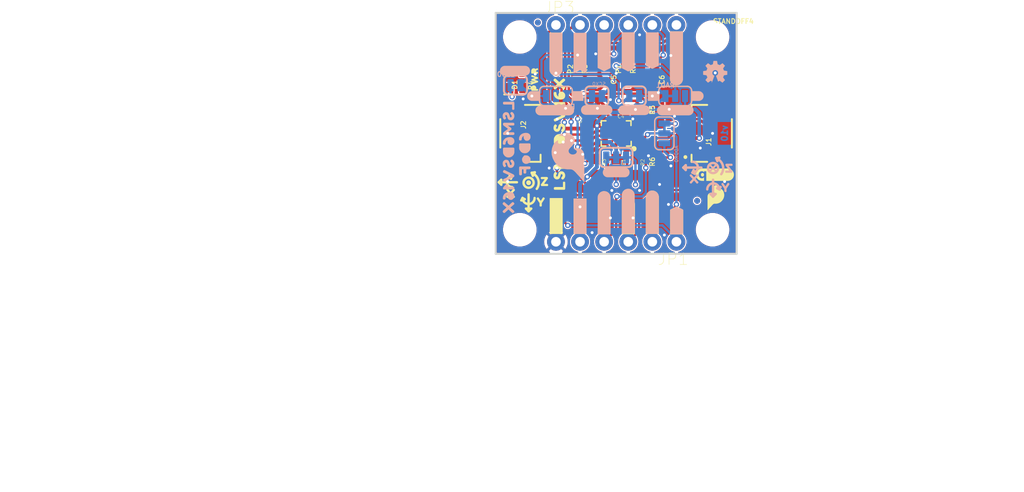
<source format=kicad_pcb>
(kicad_pcb (version 20221018) (generator pcbnew)
  (layers (0 "F.Cu" signal) (31 "B.Cu" signal) (34 "B.Paste" user) (35 "F.Paste" user) (36 "B.SilkS" user "B.Silkscreen") (37 "F.SilkS" user "F.Silkscreen") (38 "B.Mask" user) (39 "F.Mask" user) (44 "Edge.Cuts" user))
  (net 0 "")
  (net 1 "GND")
  (net 2 "SCL/SCLK")
  (net 3 "SDA/PICO")
  (net 4 "~{CS}")
  (net 5 "POCI/SA0")
  (net 6 "SDX/AH1/QVAR1_FILTER")
  (net 7 "SCX/AH2/QVAR2_FILTER")
  (net 8 "INT1")
  (net 9 "INT2")
  (net 10 "3.3V")
  (net 11 "OCS")
  (net 12 "N$5")
  (net 13 "N$6")
  (net 14 "N$2")
  (net 15 "N$3")
  (net 16 "N$1")
  (net 17 "POCI_AUX")
  (net 18 "N$7")
  (net 19 "SDX/AH1/QVAR1")
  (net 20 "SCX/AH2/QVAR2")
  (net 21 "N$8")
  (net 22 "N$4")
  (footprint "working:0603" (layer "F.Cu") (at 153.0731 103.0986 90)
    (fp_text reference "R5")
    (fp_text value "10k")
  )
  (footprint "working:FIDUCIAL-MICRO" (layer "F.Cu") (at 157.0355 112.1156)
    (fp_text reference "FID2" hide)
    (fp_text value "FIDUCIALUFIDUCIAL" hide)
  )
  (footprint "working:0603" (layer "F.Cu") (at 147.4851 98.7806 -90)
    (fp_text reference "C5")
    (fp_text value "110pF")
  )
  (footprint "working:0603" (layer "F.Cu") (at 144.4371 98.7806 90)
    (fp_text reference "P2")
    (fp_text value "110pF" hide)
  )
  (footprint "working:STAND-OFF-TIGHT" (layer "F.Cu") (at 158.6611 94.8436)
    (fp_text reference "STANDOFF4")
    (fp_text value "STAND-OFFTIGHT")
  )
  (footprint "working:JST04_1MM_RA" (layer "F.Cu") (at 140.8811 105.0036 -90)
    (fp_text reference "J2")
    (fp_text value "QWIIC_RIGHT_ANGLE")
  )
  (footprint "working:PWR8" (layer "F.Cu") (at 139.9159 99.2886 90)
    (fp_text reference "U$28" hide)
    (fp_text value "" hide)
  )
  (footprint "working:STAND-OFF-TIGHT" (layer "F.Cu") (at 138.3411 94.8436)
    (fp_text reference "STANDOFF1" hide)
    (fp_text value "STAND-OFFTIGHT" hide)
  )
  (footprint "working:0603" (layer "F.Cu") (at 149.5171 98.7806 90)
    (fp_text reference "P1")
    (fp_text value "110pF" hide)
  )
  (footprint "working:#INT2#3" (layer "F.Cu") (at 142.1511 96.4946 90)
    (fp_text reference "U$40" hide)
    (fp_text value "" hide)
  )
  (footprint "working:BLANK" (layer "F.Cu") (at 97.7011 141.8336)
    (fp_text reference "LOGO3" hide)
    (fp_text value "SFE_LOGO_NAME_FLAMEBLANK" hide)
  )
  (footprint "working:0603" (layer "F.Cu") (at 146.4691 108.5469 -90)
    (fp_text reference "R3")
    (fp_text value "10k")
  )
  (footprint "working:FIDUCIAL-MICRO" (layer "F.Cu") (at 140.2461 93.3196)
    (fp_text reference "FID1" hide)
    (fp_text value "FIDUCIALUFIDUCIAL" hide)
  )
  (footprint "working:X2114" (layer "F.Cu") (at 137.4521 111.3536)
    (fp_text reference "U$34" hide)
    (fp_text value "" hide)
  )
  (footprint "working:0603" (layer "F.Cu") (at 153.0731 108.5596 90)
    (fp_text reference "R6")
    (fp_text value "10k")
  )
  (footprint "working:#POCI#12" (layer "F.Cu") (at 152.3111 113.4872 90)
    (fp_text reference "U$18" hide)
    (fp_text value "" hide)
  )
  (footprint "working:SDX19" (layer "F.Cu") (at 152.4381 95.8596 90)
    (fp_text reference "U$11" hide)
    (fp_text value "" hide)
  )
  (footprint "working:INT16" (layer "F.Cu") (at 144.6911 95.8596 90)
    (fp_text reference "U$7" hide)
    (fp_text value "" hide)
  )
  (footprint "working:0603" (layer "F.Cu") (at 152.5651 98.7806 -90)
    (fp_text reference "C6")
    (fp_text value "110pF")
  )
  (footprint "working:0603" (layer "F.Cu") (at 148.5011 102.4636 180)
    (fp_text reference "C4")
    (fp_text value "0.1uF")
  )
  (footprint "working:1X06_NO_SILK" (layer "F.Cu") (at 142.1511 93.5736)
    (fp_text reference "JP3")
    (fp_text value "IO")
  )
  (footprint "working:SFE_LOGO_FLAME_.1" (layer "F.Cu") (at 158.9913 111.7346)
    (fp_text reference "U$29" hide)
    (fp_text value "" hide)
  )
  (footprint "working:0603" (layer "F.Cu") (at 138.7729 99.3648 -90)
    (fp_text reference "R4")
    (fp_text value "4.7k")
  )
  (footprint "working:0603" (layer "F.Cu") (at 148.5011 108.5596 -90)
    (fp_text reference "R1")
    (fp_text value "2.2k")
  )
  (footprint "working:QWIIC_4MM" (layer "F.Cu") (at 158.9151 109.3724)
    (fp_text reference "LOGO1" hide)
    (fp_text value "QWIIC_LOGO_4MM" hide)
  )
  (footprint "working:JST04_1MM_RA" (layer "F.Cu") (at 156.0957 105.0036 90)
    (fp_text reference "J1")
    (fp_text value "QWIIC_RIGHT_ANGLE")
  )
  (footprint "working:0603" (layer "F.Cu") (at 145.4531 103.0986 90)
    (fp_text reference "C3")
    (fp_text value "0.1uF")
  )
  (footprint "working:Y2115" (layer "F.Cu") (at 140.6271 112.2426)
    (fp_text reference "U$35" hide)
    (fp_text value "" hide)
  )
  (footprint "working:0603" (layer "F.Cu") (at 150.5331 108.5596 -90)
    (fp_text reference "R2")
    (fp_text value "2.2k")
  )
  (footprint "working:#GND#0" (layer "F.Cu") (at 142.1765 113.7158 90)
    (fp_text reference "U$2" hide)
    (fp_text value "" hide)
  )
  (footprint "working:Z2116" (layer "F.Cu") (at 141.0081 110.0836)
    (fp_text reference "U$36" hide)
    (fp_text value "" hide)
  )
  (footprint "working:OCS17" (layer "F.Cu") (at 147.2311 95.8596 90)
    (fp_text reference "U$9" hide)
    (fp_text value "" hide)
  )
  (footprint "working:##CS##7" (layer "F.Cu") (at 154.8765 114.3508 90)
    (fp_text reference "U$3" hide)
    (fp_text value "" hide)
  )
  (footprint "working:#3V3#1" (layer "F.Cu") (at 144.6911 113.7412 90)
    (fp_text reference "U$1" hide)
    (fp_text value "" hide)
  )
  (footprint "working:#SCL#5" (layer "F.Cu") (at 149.7965 113.8936 90)
    (fp_text reference "U$5" hide)
    (fp_text value "" hide)
  )
  (footprint "working:STAND-OFF-TIGHT" (layer "F.Cu") (at 138.3411 115.1636)
    (fp_text reference "STANDOFF2" hide)
    (fp_text value "STAND-OFFTIGHT" hide)
  )
  (footprint "working:LGA-14L" (layer "F.Cu") (at 148.5011 105.0036 180)
    (fp_text reference "U1")
    (fp_text value "LSM6DSV16X")
  )
  (footprint "working:STAND-OFF-TIGHT" (layer "F.Cu") (at 158.6611 115.1636)
    (fp_text reference "STANDOFF3" hide)
    (fp_text value "STAND-OFFTIGHT" hide)
  )
  (footprint "working:#POCIX#8" (layer "F.Cu") (at 154.8511 96.9264 90)
    (fp_text reference "U$24" hide)
    (fp_text value "" hide)
  )
  (footprint "working:#SDA#4" (layer "F.Cu") (at 147.2311 113.7412 90)
    (fp_text reference "U$4" hide)
    (fp_text value "" hide)
  )
  (footprint "working:LED-0603" (layer "F.Cu") (at 137.1727 99.314 -90)
    (fp_text reference "D1")
    (fp_text value "RED" hide)
  )
  (footprint "working:SCX18" (layer "F.Cu") (at 149.7711 95.8596 90)
    (fp_text reference "U$10" hide)
    (fp_text value "" hide)
  )
  (footprint "working:1X06_NO_SILK" (layer "F.Cu") (at 154.8511 116.4336 180)
    (fp_text reference "JP1")
    (fp_text value "IO")
  )
  (footprint "working:LSM6DSV16X37" (layer "F.Cu") (at 142.5321 105.0036 90)
    (fp_text reference "U$47" hide)
    (fp_text value "" hide)
  )
  (footprint "working:0603" (layer "F.Cu") (at 151.0411 98.7806 90)
    (fp_text reference "R7")
    (fp_text value "0")
  )
  (footprint "working:0603" (layer "F.Cu") (at 145.9611 98.7806 90)
    (fp_text reference "R8")
    (fp_text value "0")
  )
  (footprint "working:CREATIVE_COMMONS" (layer "F.Cu") (at 118.0211 140.5636)
    (fp_text reference "FRAME2" hide)
    (fp_text value "FRAME-LEDGER" hide)
  )
  (footprint "working:#0#4" (layer "B.Cu") (at 152.4381 101.0666)
    (fp_text reference "U$49" hide)
    (fp_text value "" hide)
  )
  (footprint "working:#POCI#11" (layer "B.Cu") (at 152.3111 113.4872 -90)
    (fp_text reference "U$6" hide)
    (fp_text value "" hide)
  )
  (footprint "working:LSM6DSV16X37" (layer "B.Cu") (at 137.1727 107.6198 -90)
    (fp_text reference "U$46" hide)
    (fp_text value "" hide)
  )
  (footprint "working:#1#729" (layer "B.Cu") (at 156.9593 101.0666 180)
    (fp_text reference "U$32" hide)
    (fp_text value "" hide)
  )
  (footprint "working:SMT-JUMPER_3_1-NC_TRACE_SILK" (layer "B.Cu") (at 153.5811 105.0036 90)
    (fp_text reference "ADDR0")
    (fp_text value "JUMPER-SMT_3_1-NC_TRACE_SILK")
  )
  (footprint "working:#AH2#32" (layer "B.Cu") (at 149.7711 96.2406 -90)
    (fp_text reference "U$19" hide)
    (fp_text value "" hide)
  )
  (footprint "working:#POCIX#7" (layer "B.Cu") (at 154.8511 96.9264 -90)
    (fp_text reference "U$33" hide)
    (fp_text value "" hide)
  )
  (footprint "working:#SCLK#4" (layer "B.Cu") (at 149.7711 113.3856 -90)
    (fp_text reference "U$48" hide)
    (fp_text value "" hide)
  )
  (footprint "working:#AH1#32" (layer "B.Cu") (at 152.3111 96.1136 -90)
    (fp_text reference "U$12" hide)
    (fp_text value "" hide)
  )
  (footprint "working:#GND#0" (layer "B.Cu") (at 142.1765 113.7158 -90)
    (fp_text reference "U$17" hide)
    (fp_text value "" hide)
  )
  (footprint "working:#PAD1#4" (layer "B.Cu") (at 154.7241 102.5906 180)
    (fp_text reference "U$23" hide)
    (fp_text value "" hide)
  )
  (footprint "working:#INT1#25" (layer "B.Cu") (at 144.6911 96.3676 -90)
    (fp_text reference "U$21" hide)
    (fp_text value "" hide)
  )
  (footprint "working:FIDUCIAL-MICRO" (layer "B.Cu") (at 140.2461 93.3196 180)
    (fp_text reference "FD1" hide)
    (fp_text value "FIDUCIALUFIDUCIAL" hide)
  )
  (footprint "working:#PICO#13" (layer "B.Cu") (at 147.2311 113.538 -90)
    (fp_text reference "U$26" hide)
    (fp_text value "" hide)
  )
  (footprint "working:#SDX#20" (layer "B.Cu") (at 150.3807 102.5652 180)
    (fp_text reference "U$42" hide)
    (fp_text value "" hide)
  )
  (footprint "working:#I2C#11" (layer "B.Cu") (at 148.5011 109.1184 180)
    (fp_text reference "U$25" hide)
    (fp_text value "" hide)
  )
  (footprint "working:OSHW-LOGO-MINI" (layer "B.Cu") (at 158.9405 98.62185 180)
    (fp_text reference "LOGO2" hide)
    (fp_text value "OSHW-LOGOMINI" hide)
  )
  (footprint "working:SMT-JUMPER_2_NC_TRACE_SILK" (layer "B.Cu") (at 150.4061 101.0666)
    (fp_text reference "SDX0")
    (fp_text value "JUMPER-SMT_2_NC_TRACE_SILK")
  )
  (footprint "working:Z2116" (layer "B.Cu") (at 160.3121 108.6866 180)
    (fp_text reference "U$39" hide)
    (fp_text value "" hide)
  )
  (footprint "working:SMT-JUMPER_2_NC_TRACE_SILK" (layer "B.Cu") (at 137.8839 99.9236 180)
    (fp_text reference "LED0")
    (fp_text value "JUMPER-SMT_2_NC_TRACE_SILK")
  )
  (footprint "working:SFE_LOGO_FLAME_.2" (layer "B.Cu") (at 143.4211 107.5436 180)
    (fp_text reference "U$44" hide)
    (fp_text value "" hide)
  )
  (footprint "working:#0X6B#11" (layer "B.Cu") (at 150.9903 104.1654 180)
    (fp_text reference "U$14" hide)
    (fp_text value "" hide)
  )
  (footprint "working:#1#4" (layer "B.Cu") (at 139.8651 101.0666 180)
    (fp_text reference "U$41" hide)
    (fp_text value "" hide)
  )
  (footprint "working:#OCS#32" (layer "B.Cu") (at 147.2311 96.2406 -90)
    (fp_text reference "U$20" hide)
    (fp_text value "" hide)
  )
  (footprint "working:SMT-JUMPER_3_1-NC_TRACE_SILK" (layer "B.Cu") (at 154.7241 101.0666 180)
    (fp_text reference "PAD1")
    (fp_text value "JUMPER-SMT_3_1-NC_TRACE_SILK")
  )
  (footprint "working:Y2115" (layer "B.Cu") (at 159.9311 110.7186 180)
    (fp_text reference "U$38" hide)
    (fp_text value "" hide)
  )
  (footprint "working:#INT2#2" (layer "B.Cu") (at 142.1511 96.4946 -90)
    (fp_text reference "U$8" hide)
    (fp_text value "" hide)
  )
  (footprint "working:SMT-JUMPER_3_2-NC_TRACE_SILK" (layer "B.Cu") (at 148.5011 107.5436)
    (fp_text reference "I2C_PU0")
    (fp_text value "S_MODE")
  )
  (footprint "working:X2114" (layer "B.Cu") (at 156.6291 109.8296 180)
    (fp_text reference "U$37" hide)
    (fp_text value "" hide)
  )
  (footprint "working:#SCX#19" (layer "B.Cu") (at 146.4437 102.5398 180)
    (fp_text reference "U$43" hide)
    (fp_text value "" hide)
  )
  (footprint "working:##CS##8" (layer "B.Cu") (at 154.8765 114.3508 -90)
    (fp_text reference "U$27" hide)
    (fp_text value "" hide)
  )
  (footprint "working:#0X6A#11" (layer "B.Cu") (at 150.9141 105.8418 180)
    (fp_text reference "U$13" hide)
    (fp_text value "" hide)
  )
  (footprint "working:#PAD2#4" (layer "B.Cu") (at 142.0241 102.5906 180)
    (fp_text reference "U$30" hide)
    (fp_text value "" hide)
  )
  (footprint "working:SMT-JUMPER_3_1-NC_TRACE_SILK" (layer "B.Cu") (at 142.1511 101.0666)
    (fp_text reference "PAD2")
    (fp_text value "JUMPER-SMT_3_1-NC_TRACE_SILK")
  )
  (footprint "working:#0#4" (layer "B.Cu") (at 144.4371 101.0666 180)
    (fp_text reference "U$45" hide)
    (fp_text value "" hide)
  )
  (footprint "working:#3V3#1" (layer "B.Cu") (at 144.6911 113.7412 -90)
    (fp_text reference "U$15" hide)
    (fp_text value "" hide)
  )
  (footprint "working:SMT-JUMPER_2_NC_TRACE_SILK" (layer "B.Cu") (at 146.4691 101.0666 180)
    (fp_text reference "SCX0")
    (fp_text value "JUMPER-SMT_2_NC_TRACE_SILK")
  )
  (footprint "working:#LED#4" (layer "B.Cu") (at 137.8331 98.3996 180)
    (fp_text reference "U$16" hide)
    (fp_text value "" hide)
  )
  (footprint "working:6DOF12" (layer "B.Cu") (at 138.8745 107.2642 -90)
    (fp_text reference "U$31" hide)
    (fp_text value "" hide)
  )
  (footprint "working:FIDUCIAL-MICRO" (layer "B.Cu") (at 157.0355 112.1156 180)
    (fp_text reference "FD2" hide)
    (fp_text value "FIDUCIALUFIDUCIAL" hide)
  )
  (gr_arc (start 159.1691 107.694413) (mid 159.748354 108.40611) (end 159.575501 109.307314) (stroke (width 0.254)) (layer "B.SilkS"))
  (gr_line (start 158.7119 111.669513) (end 158.7119 109.891513) (stroke (width 0.254)) (layer "B.SilkS"))
  (gr_line (start 156.537025 109.142213) (end 156.791025 109.269213) (stroke (width 0.254)) (layer "B.SilkS"))
  (gr_arc (start 158.1023 110.910688) (mid 158.7373 110.275688) (end 159.3723 110.910688) (stroke (width 0.254)) (layer "B.SilkS"))
  (gr_line (start 155.578175 108.611988) (end 155.832175 108.865988) (stroke (width 0.254)) (layer "B.SilkS"))
  (gr_line (start 159.3723 110.910688) (end 159.1437 110.783688) (stroke (width 0.254)) (layer "B.SilkS"))
  (gr_circle (center 158.715075 108.659613) (end 159.248475 108.659613) (stroke (width 0.254)) (fill none) (layer "B.SilkS"))
  (gr_line (start 159.1437 110.783688) (end 159.4993 110.656688) (stroke (width 0.254)) (layer "B.SilkS"))
  (gr_line (start 159.038925 107.615038) (end 159.3723 107.567413) (stroke (width 0.254)) (layer "B.SilkS"))
  (gr_line (start 155.578175 108.611988) (end 157.483175 108.611988) (stroke (width 0.254)) (layer "B.SilkS"))
  (gr_line (start 156.791025 109.269213) (end 156.664025 108.888213) (stroke (width 0.254)) (layer "B.SilkS"))
  (gr_line (start 159.3723 110.910688) (end 159.4993 110.656688) (stroke (width 0.254)) (layer "B.SilkS"))
  (gr_line (start 159.038925 107.615038) (end 159.165925 107.923013) (stroke (width 0.254)) (layer "B.SilkS"))
  (gr_line (start 158.9913 111.390113) (end 158.4325 111.390113) (stroke (width 0.254)) (layer "B.SilkS"))
  (gr_line (start 159.165925 107.923013) (end 159.3723 107.567413) (stroke (width 0.254)) (layer "B.SilkS"))
  (gr_line (start 155.832175 108.357988) (end 155.832175 108.865988) (stroke (width 0.254)) (layer "B.SilkS"))
  (gr_line (start 158.7119 111.669513) (end 158.9659 111.415513) (stroke (width 0.254)) (layer "B.SilkS"))
  (gr_line (start 158.7119 111.669513) (end 158.4579 111.415513) (stroke (width 0.254)) (layer "B.SilkS"))
  (gr_line (start 159.0421 108.323063) (end 158.327725 109.037438) (stroke (width 0.2032)) (layer "B.SilkS"))
  (gr_arc (start 156.537025 107.999213) (mid 157.108525 108.570713) (end 156.537025 109.142213) (stroke (width 0.254)) (layer "B.SilkS"))
  (gr_line (start 158.367412 108.323063) (end 159.081787 109.037438) (stroke (width 0.2032)) (layer "B.SilkS"))
  (gr_line (start 156.537025 109.142213) (end 156.664025 108.888213) (stroke (width 0.254)) (layer "B.SilkS"))
  (gr_line (start 155.578175 108.611988) (end 155.832175 108.357988) (stroke (width 0.254)) (layer "B.SilkS"))
  (gr_line (start 139.59205 109.159675) (end 139.71905 109.46765) (stroke (width 0.254)) (layer "F.SilkS"))
  (gr_line (start 137.5283 109.521625) (end 137.2743 109.394625) (stroke (width 0.254)) (layer "F.SilkS"))
  (gr_line (start 138.630025 111.81715) (end 138.858625 111.94415) (stroke (width 0.254)) (layer "F.SilkS"))
  (gr_line (start 138.630025 111.81715) (end 138.503025 112.07115) (stroke (width 0.254)) (layer "F.SilkS"))
  (gr_line (start 139.265025 113.21415) (end 139.265025 111.43615) (stroke (width 0.254)) (layer "F.SilkS"))
  (gr_line (start 139.71905 109.46765) (end 139.925425 109.11205) (stroke (width 0.254)) (layer "F.SilkS"))
  (gr_line (start 139.544425 112.93475) (end 138.985625 112.93475) (stroke (width 0.254)) (layer "F.SilkS"))
  (gr_arc (start 139.900025 111.81715) (mid 139.265025 112.45215) (end 138.630025 111.81715) (stroke (width 0.254)) (layer "F.SilkS"))
  (gr_line (start 136.1313 110.156625) (end 138.0363 110.156625) (stroke (width 0.254)) (layer "F.SilkS"))
  (gr_circle (center 139.2682 110.20425) (end 139.8016 110.20425) (stroke (width 0.254)) (fill none) (layer "F.SilkS"))
  (gr_line (start 137.5283 109.521625) (end 137.4013 109.775625) (stroke (width 0.254)) (layer "F.SilkS"))
  (gr_line (start 137.2743 109.394625) (end 137.4013 109.775625) (stroke (width 0.254)) (layer "F.SilkS"))
  (gr_arc (start 139.722225 109.23905) (mid 140.301479 109.950747) (end 140.128626 110.851951) (stroke (width 0.254)) (layer "F.SilkS"))
  (gr_line (start 138.858625 111.94415) (end 138.503025 112.07115) (stroke (width 0.254)) (layer "F.SilkS"))
  (gr_line (start 139.59205 109.159675) (end 139.925425 109.11205) (stroke (width 0.254)) (layer "F.SilkS"))
  (gr_line (start 139.265025 113.21415) (end 139.519025 112.96015) (stroke (width 0.254)) (layer "F.SilkS"))
  (gr_line (start 136.3853 109.902625) (end 136.3853 110.410625) (stroke (width 0.254)) (layer "F.SilkS"))
  (gr_line (start 136.1313 110.156625) (end 136.3853 109.902625) (stroke (width 0.254)) (layer "F.SilkS"))
  (gr_arc (start 137.5283 110.664625) (mid 136.9568 110.093125) (end 137.5283 109.521625) (stroke (width 0.254)) (layer "F.SilkS"))
  (gr_line (start 136.1313 110.156625) (end 136.3853 110.410625) (stroke (width 0.254)) (layer "F.SilkS"))
  (gr_circle (center 139.2682 110.20425) (end 139.3952 110.20425) (stroke (width 0.254)) (fill none) (layer "F.SilkS"))
  (gr_line (start 139.265025 113.21415) (end 139.011025 112.96015) (stroke (width 0.254)) (layer "F.SilkS"))
  (gr_line (start 161.2011 92.3036) (end 135.8011 92.3036) (stroke (width 0.2032)) (layer "Edge.Cuts"))
  (gr_line (start 161.2011 117.7036) (end 161.2011 92.3036) (stroke (width 0.2032)) (layer "Edge.Cuts"))
  (gr_line (start 135.8011 92.3036) (end 135.8011 117.7036) (stroke (width 0.2032)) (layer "Edge.Cuts"))
  (gr_line (start 135.8011 117.7036) (end 161.2011 117.7036) (stroke (width 0.2032)) (layer "Edge.Cuts"))
  (gr_text "v10" (at 159.9311 105.0036 -270) (layer "B.Cu") (effects (font (size 0.633984 0.633984) (thickness 0.178816)) (justify mirror)))
  (segment (start 148.0011 104.0036) (end 148.0011 103.4876) (width 0.254) (layer "F.Cu") (net 1))
  (segment (start 147.6511 103.1376) (end 147.6511 102.4636) (width 0.254) (layer "F.Cu") (net 1))
  (segment (start 148.5011 104.0036) (end 148.5011 102.616) (width 0.254) (layer "F.Cu") (net 1))
  (segment (start 148.5011 102.616) (end 148.3487 102.4636) (width 0.254) (layer "F.Cu") (net 1))
  (segment (start 148.3487 102.4636) (end 147.6511 102.4636) (width 0.254) (layer "F.Cu") (net 1))
  (segment (start 148.0011 103.4876) (end 147.6511 103.1376) (width 0.254) (layer "F.Cu") (net 1))
  (via (at 142.0749 107.0356) (size 0.5588) (drill 0.3048) (layers "F.Cu" "B.Cu") (net 1))
  (via (at 138.6967 101.3714) (size 0.5588) (drill 0.3048) (layers "F.Cu" "B.Cu") (net 1))
  (via (at 153.0731 110.3884) (size 0.5588) (drill 0.3048) (layers "F.Cu" "B.Cu") (net 1))
  (via (at 141.4399 108.6612) (size 0.5588) (drill 0.3048) (layers "F.Cu" "B.Cu") (net 1))
  (via (at 144.9705 107.2134) (size 0.5588) (drill 0.3048) (layers "F.Cu" "B.Cu") (net 1))
  (via (at 150.2537 103.4796) (size 0.5588) (drill 0.3048) (layers "F.Cu" "B.Cu") (net 1))
  (via (at 154.2669 108.4326) (size 0.5588) (drill 0.3048) (layers "F.Cu" "B.Cu") (net 1))
  (via (at 152.9461 100.711) (size 0.5588) (drill 0.3048) (layers "F.Cu" "B.Cu") (net 1))
  (via (at 139.9667 98.7552) (size 0.5588) (drill 0.3048) (layers "F.Cu" "B.Cu") (net 1))
  (via (at 147.8915 113.919) (size 0.5588) (drill 0.3048) (layers "F.Cu" "B.Cu") (net 1))
  (via (at 143.1671 102.362) (size 0.5588) (drill 0.3048) (layers "F.Cu" "B.Cu") (net 1))
  (via (at 154.6479 103.2002) (size 0.5588) (drill 0.3048) (layers "F.Cu" "B.Cu") (net 1))
  (via (at 158.9405 98.6282) (size 0.5588) (drill 0.3048) (layers "F.Cu" "B.Cu") (net 1))
  (via (at 142.2781 103.505) (size 0.5588) (drill 0.3048) (layers "F.Cu" "B.Cu") (net 1))
  (via (at 151.9047 107.3658) (size 0.5588) (drill 0.3048) (layers "F.Cu" "B.Cu") (net 1))
  (via (at 148.0439 111.0234) (size 0.5588) (drill 0.3048) (layers "F.Cu" "B.Cu") (net 1))
  (via (at 159.9311 110.0836) (size 0.5588) (drill 0.3048) (layers "F.Cu" "B.Cu") (net 1))
  (via (at 146.3421 96.6216) (size 0.5588) (drill 0.3048) (layers "F.Cu" "B.Cu") (net 1))
  (via (at 148.5011 98.679) (size 0.5588) (drill 0.3048) (layers "F.Cu" "B.Cu") (net 1))
  (via (at 150.9649 94.615) (size 0.5588) (drill 0.3048) (layers "F.Cu" "B.Cu") (net 1))
  (via (at 142.9131 105.918) (size 0.5588) (drill 0.3048) (layers "F.Cu" "B.Cu") (net 1))
  (via (at 154.2669 96.7994) (size 0.5588) (drill 0.3048) (layers "F.Cu" "B.Cu") (net 1))
  (via (at 137.0711 110.0836) (size 0.5588) (drill 0.3048) (layers "F.Cu" "B.Cu") (net 1))
  (via (at 158.6611 105.0036) (size 0.5588) (drill 0.3048) (layers "F.Cu" "B.Cu") (net 1))
  (via (at 153.5811 115.7224) (size 0.5588) (drill 0.3048) (layers "F.Cu" "B.Cu") (net 1))
  (via (at 145.9611 115.4684) (size 0.5588) (drill 0.3048) (layers "F.Cu" "B.Cu") (net 1))
  (via (at 137.0711 105.0036) (size 0.5588) (drill 0.3048) (layers "F.Cu" "B.Cu") (net 1))
  (via (at 157.3657 106.553) (size 0.5588) (drill 0.3048) (layers "F.Cu" "B.Cu") (net 1))
  (via (at 147.8915 101.4476) (size 0.5588) (drill 0.3048) (layers "F.Cu" "B.Cu") (net 1))
  (via (at 146.5199 102.362) (size 0.5588) (drill 0.3048) (layers "F.Cu" "B.Cu") (net 1))
  (via (at 150.9649 111.0234) (size 0.5588) (drill 0.3048) (layers "F.Cu" "B.Cu") (net 1))
  (via (at 154.0129 112.4966) (size 0.5588) (drill 0.3048) (layers "F.Cu" "B.Cu") (net 1))
  (via (at 150.2791 113.919) (size 0.5588) (drill 0.3048) (layers "F.Cu" "B.Cu") (net 1))
  (segment (start 149.6441 116.3066) (end 149.7711 116.4336) (width 0.254) (layer "F.Cu") (net 2))
  (segment (start 149.7711 116.4336) (end 150.9141 115.2906) (width 0.254) (layer "F.Cu") (net 2))
  (segment (start 143.2701 106.5036) (end 140.8811 106.5036) (width 0.254) (layer "F.Cu") (net 2))
  (segment (start 152.5651 110.9726) (end 157.0609 110.9726) (width 0.254) (layer "F.Cu") (net 2))
  (segment (start 145.5801 110.5916) (end 144.5641 109.5756) (width 0.254) (layer "F.Cu") (net 2))
  (segment (start 157.2881 103.5036) (end 157.9499 104.1654) (width 0.254) (layer "F.Cu") (net 2))
  (segment (start 144.5641 107.7976) (end 143.2701 106.5036) (width 0.254) (layer "F.Cu") (net 2))
  (segment (start 156.0957 103.5036) (end 157.2881 103.5036) (width 0.254) (layer "F.Cu") (net 2))
  (segment (start 147.8271 107.7096) (end 147.6121 107.9246) (width 0.254) (layer "F.Cu") (net 2))
  (segment (start 157.9499 110.0836) (end 157.9499 104.1654) (width 0.254) (layer "F.Cu") (net 2))
  (segment (start 147.6121 107.9246) (end 147.6121 110.3376) (width 0.254) (layer "F.Cu") (net 2))
  (segment (start 148.5011 107.7096) (end 147.8271 107.7096) (width 0.254) (layer "F.Cu") (net 2))
  (segment (start 157.0609 110.9726) (end 157.9499 110.0836) (width 0.254) (layer "F.Cu") (net 2))
  (segment (start 147.6121 110.3376) (end 147.3581 110.5916) (width 0.254) (layer "F.Cu") (net 2))
  (segment (start 150.9141 112.6236) (end 152.5651 110.9726) (width 0.254) (layer "F.Cu") (net 2))
  (segment (start 148.5011 106.0036) (end 148.5011 107.7096) (width 0.254) (layer "F.Cu") (net 2))
  (segment (start 148.5011 107.7096) (end 149.4291 107.7096) (width 0.254) (layer "F.Cu") (net 2))
  (segment (start 149.6441 107.9246) (end 149.6441 116.3066) (width 0.254) (layer "F.Cu") (net 2))
  (segment (start 147.3581 110.5916) (end 145.5801 110.5916) (width 0.254) (layer "F.Cu") (net 2))
  (segment (start 144.5641 109.5756) (end 144.5641 107.7976) (width 0.254) (layer "F.Cu") (net 2))
  (segment (start 149.4291 107.7096) (end 149.6441 107.9246) (width 0.254) (layer "F.Cu") (net 2))
  (segment (start 150.9141 115.2906) (end 150.9141 112.6236) (width 0.254) (layer "F.Cu") (net 2))
  (segment (start 153.9621 105.5116) (end 154.9701 104.5036) (width 0.254) (layer "F.Cu") (net 3))
  (segment (start 149.3901 106.7816) (end 149.0011 106.3926) (width 0.254) (layer "F.Cu") (net 3))
  (segment (start 148.5011 115.1636) (end 148.5011 111.7346) (width 0.254) (layer "F.Cu") (net 3))
  (segment (start 154.9701 104.5036) (end 156.0957 104.5036) (width 0.254) (layer "F.Cu") (net 3))
  (segment (start 151.2071 107.7096) (end 151.6253 108.1278) (width 0.254) (layer "F.Cu") (net 3))
  (segment (start 149.3901 106.7816) (end 150.5331 106.7816) (width 0.254) (layer "F.Cu") (net 3))
  (segment (start 148.5011 111.7346) (end 148.5773 111.6584) (width 0.254) (layer "F.Cu") (net 3))
  (segment (start 149.0011 106.3926) (end 149.0011 106.0036) (width 0.254) (layer "F.Cu") (net 3))
  (segment (start 150.5331 106.7816) (end 151.5491 106.7816) (width 0.254) (layer "F.Cu") (net 3))
  (segment (start 143.5481 110.7186) (end 144.3609 111.5314) (width 0.254) (layer "F.Cu") (net 3))
  (segment (start 139.6111 105.8926) (end 139.6111 107.1626) (width 0.254) (layer "F.Cu") (net 3))
  (segment (start 143.5481 108.1786) (end 143.5481 110.7186) (width 0.254) (layer "F.Cu") (net 3))
  (segment (start 147.2311 112.4966) (end 147.2311 116.4336) (width 0.254) (layer "F.Cu") (net 3))
  (segment (start 150.5331 107.7096) (end 150.5331 106.7816) (width 0.254) (layer "F.Cu") (net 3))
  (segment (start 140.0683 107.6198) (end 142.9893 107.6198) (width 0.254) (layer "F.Cu") (net 3))
  (segment (start 142.9893 107.6198) (end 143.5481 108.1786) (width 0.254) (layer "F.Cu") (net 3))
  (segment (start 147.2311 116.4336) (end 148.5011 115.1636) (width 0.254) (layer "F.Cu") (net 3))
  (segment (start 140.0001 105.5036) (end 139.6111 105.8926) (width 0.254) (layer "F.Cu") (net 3))
  (segment (start 151.6253 108.6382) (end 151.6253 108.1278) (width 0.254) (layer "F.Cu") (net 3))
  (segment (start 150.5331 107.7096) (end 151.2071 107.7096) (width 0.254) (layer "F.Cu") (net 3))
  (segment (start 146.2659 111.5314) (end 147.2311 112.4966) (width 0.254) (layer "F.Cu") (net 3))
  (segment (start 140.8811 105.5036) (end 140.0001 105.5036) (width 0.254) (layer "F.Cu") (net 3))
  (segment (start 151.5491 106.7816) (end 152.8191 105.5116) (width 0.254) (layer "F.Cu") (net 3))
  (segment (start 152.8191 105.5116) (end 153.9621 105.5116) (width 0.254) (layer "F.Cu") (net 3))
  (segment (start 139.6111 107.1626) (end 140.0683 107.6198) (width 0.254) (layer "F.Cu") (net 3))
  (segment (start 144.3609 111.5314) (end 146.2659 111.5314) (width 0.254) (layer "F.Cu") (net 3))
  (via (at 148.5773 111.6584) (size 0.5588) (drill 0.3048) (layers "F.Cu" "B.Cu") (net 3))
  (via (at 151.6253 108.6382) (size 0.5588) (drill 0.3048) (layers "F.Cu" "B.Cu") (net 3))
  (segment (start 151.2467 111.6584) (end 151.6253 111.2798) (width 0.254) (layer "B.Cu") (net 3))
  (segment (start 151.6253 111.2798) (end 151.6253 108.6382) (width 0.254) (layer "B.Cu") (net 3))
  (segment (start 148.5773 111.6584) (end 151.2467 111.6584) (width 0.254) (layer "B.Cu") (net 3))
  (segment (start 146.4691 107.6969) (end 146.4691 107.0356) (width 0.254) (layer "F.Cu") (net 4))
  (segment (start 146.4691 107.0356) (end 146.8501 106.6546) (width 0.254) (layer "F.Cu") (net 4))
  (segment (start 147.8661 106.6546) (end 148.0011 106.5196) (width 0.254) (layer "F.Cu") (net 4))
  (segment (start 148.0011 106.5196) (end 148.0011 106.0036) (width 0.254) (layer "F.Cu") (net 4))
  (segment (start 145.6808 107.6969) (end 145.1991 108.1786) (width 0.254) (layer "F.Cu") (net 4))
  (segment (start 142.2527 108.6612) (end 142.2527 113.5634) (width 0.254) (layer "F.Cu") (net 4))
  (segment (start 146.4691 107.6969) (end 145.6808 107.6969) (width 0.254) (layer "F.Cu") (net 4))
  (segment (start 146.8501 106.6546) (end 147.8661 106.6546) (width 0.254) (layer "F.Cu") (net 4))
  (segment (start 143.3957 114.7064) (end 142.2527 113.5634) (width 0.254) (layer "F.Cu") (net 4))
  (via (at 143.3957 114.7064) (size 0.5588) (drill 0.3048) (layers "F.Cu" "B.Cu") (net 4))
  (via (at 145.1991 108.1786) (size 0.5588) (drill 0.3048) (layers "F.Cu" "B.Cu") (net 4))
  (via (at 142.2527 108.6612) (size 0.5588) (drill 0.3048) (layers "F.Cu" "B.Cu") (net 4))
  (segment (start 145.1991 108.1786) (end 142.7353 108.1786) (width 0.254) (layer "B.Cu") (net 4))
  (segment (start 154.8511 116.1796) (end 154.8511 116.4336) (width 0.254) (layer "B.Cu") (net 4))
  (segment (start 143.3957 114.7064) (end 153.3779 114.7064) (width 0.254) (layer "B.Cu") (net 4))
  (segment (start 153.3779 114.7064) (end 154.8511 116.1796) (width 0.254) (layer "B.Cu") (net 4))
  (segment (start 142.2527 108.6612) (end 142.7353 108.1786) (width 0.254) (layer "B.Cu") (net 4))
  (segment (start 152.3111 113.8936) (end 153.0731 113.1316) (width 0.254) (layer "F.Cu") (net 5))
  (segment (start 154.3431 113.1316) (end 154.8511 112.6236) (width 0.254) (layer "F.Cu") (net 5))
  (segment (start 153.0731 113.1316) (end 154.3431 113.1316) (width 0.254) (layer "F.Cu") (net 5))
  (segment (start 152.3111 116.4336) (end 152.3111 113.8936) (width 0.254) (layer "F.Cu") (net 5))
  (segment (start 149.6636 105.7536) (end 151.185737 105.7536) (width 0.254) (layer "F.Cu") (net 5))
  (segment (start 151.185737 105.7536) (end 151.805918 105.133419) (width 0.254) (layer "F.Cu") (net 5))
  (segment (start 154.8511 112.6236) (end 154.8511 112.4966) (width 0.254) (layer "F.Cu") (net 5))
  (via (at 154.8511 112.4966) (size 0.5588) (drill 0.3048) (layers "F.Cu" "B.Cu") (net 5))
  (via (at 151.805918 105.133419) (size 0.5588) (drill 0.3048) (layers "F.Cu" "B.Cu") (net 5))
  (segment (start 154.4701 105.0036) (end 154.8487 105.3822) (width 0.254) (layer "B.Cu") (net 5))
  (segment (start 154.8487 112.4942) (end 154.8511 112.4966) (width 0.254) (layer "B.Cu") (net 5))
  (segment (start 151.935737 105.0036) (end 153.5811 105.0036) (width 0.254) (layer "B.Cu") (net 5))
  (segment (start 151.805918 105.133419) (end 151.935737 105.0036) (width 0.254) (layer "B.Cu") (net 5))
  (segment (start 154.8487 105.3822) (end 154.8487 112.4942) (width 0.254) (layer "B.Cu") (net 5))
  (segment (start 153.5811 105.0036) (end 154.4701 105.0036) (width 0.254) (layer "B.Cu") (net 5))
  (segment (start 152.3111 101.0666) (end 152.3111 100.8126) (width 0.254) (layer "F.Cu") (net 6))
  (segment (start 152.3111 103.7336) (end 152.3111 101.0666) (width 0.254) (layer "F.Cu") (net 6))
  (segment (start 149.6636 105.2536) (end 150.7911 105.2536) (width 0.254) (layer "F.Cu") (net 6))
  (segment (start 152.3111 100.8126) (end 151.1291 99.6306) (width 0.254) (layer "F.Cu") (net 6))
  (segment (start 151.0411 99.6306) (end 149.5171 99.6306) (width 0.254) (layer "F.Cu") (net 6))
  (segment (start 150.7911 105.2536) (end 152.3111 103.7336) (width 0.254) (layer "F.Cu") (net 6))
  (segment (start 151.1291 99.6306) (end 151.0411 99.6306) (width 0.254) (layer "F.Cu") (net 6))
  (via (at 152.3111 101.0666) (size 0.5588) (drill 0.3048) (layers "F.Cu" "B.Cu") (net 6))
  (segment (start 152.3111 101.0666) (end 150.9268 101.0666) (width 0.254) (layer "B.Cu") (net 6))
  (segment (start 145.0721 100.8126) (end 144.8181 100.8126) (width 0.254) (layer "F.Cu") (net 7))
  (segment (start 144.4371 99.6306) (end 145.9611 99.6306) (width 0.254) (layer "F.Cu") (net 7))
  (segment (start 151.8031 101.8286) (end 150.7871 100.8126) (width 0.254) (layer "F.Cu") (net 7))
  (segment (start 144.4371 100.4316) (end 144.4371 99.6306) (width 0.254) (layer "F.Cu") (net 7))
  (segment (start 149.6636 104.7536) (end 150.631762 104.7536) (width 0.254) (layer "F.Cu") (net 7))
  (segment (start 151.8031 103.582263) (end 151.8031 101.8286) (width 0.254) (layer "F.Cu") (net 7))
  (segment (start 150.631762 104.7536) (end 151.8031 103.582263) (width 0.254) (layer "F.Cu") (net 7))
  (segment (start 150.7871 100.8126) (end 145.0721 100.8126) (width 0.254) (layer "F.Cu") (net 7))
  (segment (start 144.8181 100.8126) (end 144.4371 100.4316) (width 0.254) (layer "F.Cu") (net 7))
  (via (at 145.0721 100.8126) (size 0.5588) (drill 0.3048) (layers "F.Cu" "B.Cu") (net 7))
  (segment (start 145.9484 101.0666) (end 145.3261 101.0666) (width 0.254) (layer "B.Cu") (net 7))
  (segment (start 145.0721 100.8126) (end 145.3261 101.0666) (width 0.254) (layer "B.Cu") (net 7))
  (segment (start 149.6636 104.2536) (end 150.5211 104.2536) (width 0.254) (layer "F.Cu") (net 8))
  (segment (start 142.0241 95.6056) (end 144.0561 93.5736) (width 0.254) (layer "F.Cu") (net 8))
  (segment (start 142.1511 98.6536) (end 142.0241 98.5266) (width 0.254) (layer "F.Cu") (net 8))
  (segment (start 151.0891 102.1306) (end 150.5331 101.5746) (width 0.254) (layer "F.Cu") (net 8))
  (segment (start 148.7551 101.5746) (end 148.7711 101.5586) (width 0.254) (layer "F.Cu") (net 8))
  (segment (start 144.0561 93.5736) (end 144.6911 93.5736) (width 0.254) (layer "F.Cu") (net 8))
  (segment (start 150.5331 101.5746) (end 148.7551 101.5746) (width 0.254) (layer "F.Cu") (net 8))
  (segment (start 142.0241 98.5266) (end 142.0241 95.6056) (width 0.254) (layer "F.Cu") (net 8))
  (segment (start 151.0891 103.6856) (end 151.0891 102.1306) (width 0.254) (layer "F.Cu") (net 8))
  (segment (start 150.5211 104.2536) (end 151.0891 103.6856) (width 0.254) (layer "F.Cu") (net 8))
  (via (at 148.7711 101.5586) (size 0.5588) (drill 0.3048) (layers "F.Cu" "B.Cu") (net 8))
  (via (at 142.1511 98.6536) (size 0.5588) (drill 0.3048) (layers "F.Cu" "B.Cu") (net 8))
  (segment (start 148.7551 99.7966) (end 147.7391 98.7806) (width 0.254) (layer "B.Cu") (net 8))
  (segment (start 148.7551 101.5426) (end 148.7551 99.7966) (width 0.254) (layer "B.Cu") (net 8))
  (segment (start 147.7391 98.7806) (end 142.2781 98.7806) (width 0.254) (layer "B.Cu") (net 8))
  (segment (start 148.7711 101.5586) (end 148.7551 101.5426) (width 0.254) (layer "B.Cu") (net 8))
  (segment (start 142.2781 98.7806) (end 142.1511 98.6536) (width 0.254) (layer "B.Cu") (net 8))
  (segment (start 141.3891 94.3356) (end 142.1511 93.5736) (width 0.254) (layer "F.Cu") (net 9))
  (segment (start 143.0401 103.8456) (end 143.0401 103.2256) (width 0.254) (layer "F.Cu") (net 9))
  (segment (start 145.9611 105.1306) (end 143.0401 105.1306) (width 0.254) (layer "F.Cu") (net 9))
  (segment (start 146.3381 104.7536) (end 145.9611 105.1306) (width 0.254) (layer "F.Cu") (net 9))
  (segment (start 141.3891 94.3356) (end 141.3891 101.5746) (width 0.254) (layer "F.Cu") (net 9))
  (segment (start 143.0401 103.2256) (end 141.3891 101.5746) (width 0.254) (layer "F.Cu") (net 9))
  (segment (start 147.3386 104.7536) (end 146.3381 104.7536) (width 0.254) (layer "F.Cu") (net 9))
  (via (at 143.0401 103.8456) (size 0.5588) (drill 0.3048) (layers "F.Cu" "B.Cu") (net 9))
  (via (at 143.0401 105.1306) (size 0.5588) (drill 0.3048) (layers "F.Cu" "B.Cu") (net 9))
  (segment (start 143.0401 105.1306) (end 143.0401 103.8456) (width 0.254) (layer "B.Cu") (net 9))
  (segment (start 144.6911 112.753419) (end 144.688281 112.753419) (width 0.4064) (layer "F.Cu") (net 10))
  (segment (start 150.5077 102.4636) (end 150.5331 102.489) (width 0.254) (layer "F.Cu") (net 10))
  (segment (start 146.4691 109.3969) (end 145.6318 109.3969) (width 0.4064) (layer "F.Cu") (net 10))
  (segment (start 140.8811 104.5036) (end 140.0001 104.5036) (width 0.4064) (layer "F.Cu") (net 10))
  (segment (start 153.2881 102.4636) (end 153.0731 102.2486) (width 0.4064) (layer "F.Cu") (net 10))
  (segment (start 139.6111 104.1146) (end 139.6111 101.066604) (width 0.4064) (layer "F.Cu") (net 10))
  (segment (start 144.6911 116.4336) (end 144.6911 112.753419) (width 0.4064) (layer "F.Cu") (net 10))
  (segment (start 145.3731 103.9486) (end 145.4531 103.9486) (width 0.4064) (layer "F.Cu") (net 10))
  (segment (start 140.8811 104.5036) (end 144.8181 104.5036) (width 0.4064) (layer "F.Cu") (net 10))
  (segment (start 154.0891 102.4636) (end 153.2881 102.4636) (width 0.4064) (layer "F.Cu") (net 10))
  (segment (start 157.2561 105.5036) (end 157.2641 105.5116) (width 0.4064) (layer "F.Cu") (net 10))
  (segment (start 139.6111 101.066604) (end 138.7729 100.228404) (width 0.4064) (layer "F.Cu") (net 10))
  (segment (start 149.3511 102.4636) (end 150.5077 102.4636) (width 0.4064) (layer "F.Cu") (net 10))
  (segment (start 156.0957 105.5036) (end 157.2561 105.5036) (width 0.4064) (layer "F.Cu") (net 10))
  (segment (start 140.0001 104.5036) (end 139.6111 104.1146) (width 0.4064) (layer "F.Cu") (net 10))
  (segment (start 138.7729 100.228404) (end 138.7729 100.2148) (width 0.4064) (layer "F.Cu") (net 10))
  (segment (start 145.6318 109.3969) (end 145.4531 109.5756) (width 0.4064) (layer "F.Cu") (net 10))
  (segment (start 144.8181 104.5036) (end 145.3731 103.9486) (width 0.4064) (layer "F.Cu") (net 10))
  (via (at 150.5331 102.489) (size 0.5588) (drill 0.3048) (layers "F.Cu" "B.Cu") (net 10))
  (via (at 157.2641 105.5116) (size 0.5588) (drill 0.3048) (layers "F.Cu" "B.Cu") (net 10))
  (via (at 146.4811 104.1976) (size 0.5588) (drill 0.3048) (layers "F.Cu" "B.Cu") (net 10))
  (via (at 144.688281 112.753419) (size 0.5588) (drill 0.3048) (layers "F.Cu" "B.Cu") (net 10))
  (via (at 139.6111 101.066604) (size 0.5588) (drill 0.3048) (layers "F.Cu" "B.Cu") (net 10))
  (via (at 154.0891 102.4636) (size 0.5588) (drill 0.3048) (layers "F.Cu" "B.Cu") (net 10))
  (via (at 145.4531 109.5756) (size 0.5588) (drill 0.3048) (layers "F.Cu" "B.Cu") (net 10))
  (segment (start 144.688281 112.753419) (end 144.688281 110.340419) (width 0.4064) (layer "B.Cu") (net 10))
  (segment (start 155.7655 101.0666) (end 155.7655 102.4382) (width 0.254) (layer "B.Cu") (net 10))
  (segment (start 147.8407 105.918) (end 146.4691 105.918) (width 0.4064) (layer "B.Cu") (net 10))
  (segment (start 147.5359 102.7938) (end 146.4691 103.8606) (width 0.4064) (layer "B.Cu") (net 10))
  (segment (start 141.109696 101.066604) (end 139.6111 101.066604) (width 0.254) (layer "B.Cu") (net 10))
  (segment (start 145.4531 109.5756) (end 146.4691 108.5596) (width 0.4064) (layer "B.Cu") (net 10))
  (segment (start 150.5331 102.489) (end 150.2283 102.7938) (width 0.4064) (layer "B.Cu") (net 10))
  (segment (start 146.4691 105.918) (end 146.4691 103.8606) (width 0.4064) (layer "B.Cu") (net 10))
  (segment (start 150.2283 102.7938) (end 147.5359 102.7938) (width 0.4064) (layer "B.Cu") (net 10))
  (segment (start 154.0891 102.4636) (end 155.7401 102.4636) (width 0.4064) (layer "B.Cu") (net 10))
  (segment (start 155.7655 102.4382) (end 155.7401 102.4636) (width 0.254) (layer "B.Cu") (net 10))
  (segment (start 157.2641 102.8954) (end 156.8323 102.4636) (width 0.4064) (layer "B.Cu") (net 10))
  (segment (start 147.8407 105.918) (end 148.5011 106.5784) (width 0.4064) (layer "B.Cu") (net 10))
  (segment (start 154.0637 102.489) (end 150.5331 102.489) (width 0.4064) (layer "B.Cu") (net 10))
  (segment (start 146.4691 108.5596) (end 146.4691 105.918) (width 0.4064) (layer "B.Cu") (net 10))
  (segment (start 157.2641 105.5116) (end 157.2641 102.8954) (width 0.4064) (layer "B.Cu") (net 10))
  (segment (start 144.688281 110.340419) (end 145.4531 109.5756) (width 0.4064) (layer "B.Cu") (net 10))
  (segment (start 146.4811 103.8726) (end 146.4811 104.1976) (width 0.4064) (layer "B.Cu") (net 10))
  (segment (start 154.0891 102.4636) (end 154.0637 102.489) (width 0.4064) (layer "B.Cu") (net 10))
  (segment (start 146.4691 103.8606) (end 146.4811 103.8726) (width 0.4064) (layer "B.Cu") (net 10))
  (segment (start 156.8323 102.4636) (end 155.7401 102.4636) (width 0.4064) (layer "B.Cu") (net 10))
  (segment (start 141.1097 101.0666) (end 141.109696 101.066604) (width 0.254) (layer "B.Cu") (net 10))
  (segment (start 148.5011 107.5436) (end 148.5011 106.5784) (width 0.4064) (layer "B.Cu") (net 10))
  (segment (start 145.867318 105.7632) (end 143.794062 105.7632) (width 0.254) (layer "F.Cu") (net 11))
  (segment (start 142.7381 100.795419) (end 142.7381 95.9866) (width 0.254) (layer "F.Cu") (net 11))
  (segment (start 143.7461 103.796994) (end 143.7461 101.803419) (width 0.254) (layer "F.Cu") (net 11))
  (segment (start 146.376918 105.2536) (end 147.3386 105.2536) (width 0.254) (layer "F.Cu") (net 11))
  (segment (start 145.9611 94.8436) (end 147.2311 93.5736) (width 0.254) (layer "F.Cu") (net 11))
  (segment (start 145.9611 94.8436) (end 143.8811 94.8436) (width 0.254) (layer "F.Cu") (net 11))
  (segment (start 145.867318 105.7632) (end 146.376918 105.2536) (width 0.254) (layer "F.Cu") (net 11))
  (segment (start 142.7381 95.9866) (end 143.8811 94.8436) (width 0.254) (layer "F.Cu") (net 11))
  (segment (start 143.7461 101.803419) (end 142.7381 100.795419) (width 0.254) (layer "F.Cu") (net 11))
  (via (at 143.7461 103.796994) (size 0.5588) (drill 0.3048) (layers "F.Cu" "B.Cu") (net 11))
  (via (at 143.794062 105.7632) (size 0.5588) (drill 0.3048) (layers "F.Cu" "B.Cu") (net 11))
  (segment (start 143.794062 105.7632) (end 143.7461 105.715238) (width 0.254) (layer "B.Cu") (net 11))
  (segment (start 143.7461 105.715238) (end 143.7461 103.796994) (width 0.254) (layer "B.Cu") (net 11))
  (segment (start 148.5011 109.4096) (end 148.5011 110.3884) (width 0.254) (layer "F.Cu") (net 12))
  (via (at 148.5011 110.3884) (size 0.5588) (drill 0.3048) (layers "F.Cu" "B.Cu") (net 12))
  (segment (start 147.8661 109.3216) (end 148.3741 109.3216) (width 0.254) (layer "B.Cu") (net 12))
  (segment (start 148.3741 109.3216) (end 148.5011 109.4486) (width 0.254) (layer "B.Cu") (net 12))
  (segment (start 147.4597 108.9152) (end 147.8661 109.3216) (width 0.254) (layer "B.Cu") (net 12))
  (segment (start 148.5011 109.4486) (end 148.5011 110.3884) (width 0.254) (layer "B.Cu") (net 12))
  (segment (start 147.4597 107.5436) (end 147.4597 108.9152) (width 0.254) (layer "B.Cu") (net 12))
  (segment (start 150.5331 109.4096) (end 150.5331 110.4162) (width 0.254) (layer "F.Cu") (net 13))
  (via (at 150.5331 110.4162) (size 0.5588) (drill 0.3048) (layers "F.Cu" "B.Cu") (net 13))
  (segment (start 150.5331 107.9246) (end 150.1521 107.5436) (width 0.254) (layer "B.Cu") (net 13))
  (segment (start 150.1521 107.5436) (end 149.5425 107.5436) (width 0.254) (layer "B.Cu") (net 13))
  (segment (start 150.5331 110.4162) (end 150.5331 107.9246) (width 0.254) (layer "B.Cu") (net 13))
  (segment (start 137.1727 98.437) (end 138.6951 98.437) (width 0.3048) (layer "F.Cu") (net 14))
  (segment (start 138.6951 98.437) (end 138.7729 98.5148) (width 0.3048) (layer "F.Cu") (net 14))
  (segment (start 137.5283 100.5466) (end 137.5283 101.1428) (width 0.254) (layer "F.Cu") (net 15))
  (segment (start 137.1727 100.191) (end 137.5283 100.5466) (width 0.254) (layer "F.Cu") (net 15))
  (via (at 137.5283 101.1428) (size 0.5588) (drill 0.3048) (layers "F.Cu" "B.Cu") (net 15))
  (segment (start 137.3632 99.9236) (end 137.3632 100.9777) (width 0.254) (layer "B.Cu") (net 15))
  (segment (start 137.3632 100.9777) (end 137.5283 101.1428) (width 0.254) (layer "B.Cu") (net 15))
  (segment (start 154.7241 103.9876) (end 153.1121 103.9876) (width 0.254) (layer "F.Cu") (net 16))
  (segment (start 153.1121 103.9876) (end 153.0731 103.9486) (width 0.254) (layer "F.Cu") (net 16))
  (via (at 154.7241 103.9876) (size 0.5588) (drill 0.3048) (layers "F.Cu" "B.Cu") (net 16))
  (segment (start 153.5811 103.9622) (end 154.6987 103.9622) (width 0.254) (layer "B.Cu") (net 16))
  (segment (start 154.6987 103.9622) (end 154.7241 103.9876) (width 0.254) (layer "B.Cu") (net 16))
  (segment (start 154.8511 94.0816) (end 154.8511 93.5736) (width 0.254) (layer "F.Cu") (net 17))
  (segment (start 144.5871 106.2712) (end 144.4371 106.4212) (width 0.254) (layer "F.Cu") (net 17))
  (segment (start 153.4541 95.4786) (end 154.8511 94.0816) (width 0.254) (layer "F.Cu") (net 17))
  (segment (start 143.5001 100.6376) (end 143.5001 96.2886) (width 0.254) (layer "F.Cu") (net 17))
  (segment (start 144.3101 95.4786) (end 153.4541 95.4786) (width 0.254) (layer "F.Cu") (net 17))
  (segment (start 143.5001 96.2886) (end 144.3101 95.4786) (width 0.254) (layer "F.Cu") (net 17))
  (segment (start 146.542737 105.7536) (end 147.3386 105.7536) (width 0.254) (layer "F.Cu") (net 17))
  (segment (start 146.025137 106.2712) (end 144.5871 106.2712) (width 0.254) (layer "F.Cu") (net 17))
  (segment (start 144.4371 103.4796) (end 144.4371 101.5746) (width 0.254) (layer "F.Cu") (net 17))
  (segment (start 144.4371 101.5746) (end 143.5001 100.6376) (width 0.254) (layer "F.Cu") (net 17))
  (segment (start 146.025137 106.2712) (end 146.542737 105.7536) (width 0.254) (layer "F.Cu") (net 17))
  (via (at 144.4371 106.4212) (size 0.5588) (drill 0.3048) (layers "F.Cu" "B.Cu") (net 17))
  (via (at 144.4371 103.4796) (size 0.5588) (drill 0.3048) (layers "F.Cu" "B.Cu") (net 17))
  (segment (start 144.4371 106.4212) (end 144.4371 103.4796) (width 0.254) (layer "B.Cu") (net 17))
  (segment (start 153.0731 107.7096) (end 153.2391 107.5436) (width 0.254) (layer "F.Cu") (net 18))
  (segment (start 153.2391 107.5436) (end 154.2161 107.5436) (width 0.254) (layer "F.Cu") (net 18))
  (via (at 154.2161 107.5436) (size 0.5588) (drill 0.3048) (layers "F.Cu" "B.Cu") (net 18))
  (segment (start 153.5811 106.045) (end 153.5811 106.9086) (width 0.254) (layer "B.Cu") (net 18))
  (segment (start 153.5811 106.9086) (end 154.2161 107.5436) (width 0.254) (layer "B.Cu") (net 18))
  (segment (start 151.0411 97.9306) (end 152.5651 97.9306) (width 0.254) (layer "F.Cu") (net 19))
  (segment (start 152.5651 97.6376) (end 153.4541 96.7486) (width 0.254) (layer "F.Cu") (net 19))
  (segment (start 152.5651 97.9306) (end 152.5651 97.6376) (width 0.254) (layer "F.Cu") (net 19))
  (via (at 153.4541 96.7486) (size 0.5588) (drill 0.3048) (layers "F.Cu" "B.Cu") (net 19))
  (segment (start 153.4541 96.7486) (end 153.4541 94.7166) (width 0.254) (layer "B.Cu") (net 19))
  (segment (start 153.4541 94.7166) (end 152.3111 93.5736) (width 0.254) (layer "B.Cu") (net 19))
  (segment (start 145.9611 97.9306) (end 147.4851 97.9306) (width 0.254) (layer "F.Cu") (net 20))
  (segment (start 147.7391 96.6216) (end 148.2471 96.6216) (width 0.254) (layer "F.Cu") (net 20))
  (segment (start 147.4851 96.8756) (end 147.7391 96.6216) (width 0.254) (layer "F.Cu") (net 20))
  (segment (start 147.4851 97.9306) (end 147.4851 96.8756) (width 0.254) (layer "F.Cu") (net 20))
  (via (at 148.2471 96.6216) (size 0.5588) (drill 0.3048) (layers "F.Cu" "B.Cu") (net 20))
  (segment (start 148.2471 96.6216) (end 148.2471 95.4786) (width 0.254) (layer "B.Cu") (net 20))
  (segment (start 149.7711 93.9546) (end 149.7711 93.5736) (width 0.254) (layer "B.Cu") (net 20))
  (segment (start 148.2471 95.4786) (end 149.7711 93.9546) (width 0.254) (layer "B.Cu") (net 20))
  (segment (start 149.5171 97.9306) (end 148.5401 97.9306) (width 0.254) (layer "F.Cu") (net 21))
  (segment (start 148.5401 97.9306) (end 148.5011 97.8916) (width 0.254) (layer "F.Cu") (net 21))
  (via (at 148.5011 97.8916) (size 0.5588) (drill 0.3048) (layers "F.Cu" "B.Cu") (net 21))
  (segment (start 148.5011 97.8916) (end 153.3271 97.8916) (width 0.254) (layer "B.Cu") (net 21))
  (segment (start 154.7241 99.2886) (end 154.7241 101.0666) (width 0.254) (layer "B.Cu") (net 21))
  (segment (start 153.3271 97.8916) (end 154.7241 99.2886) (width 0.254) (layer "B.Cu") (net 21))
  (segment (start 144.4371 97.9306) (end 144.4371 96.7486) (width 0.254) (layer "F.Cu") (net 22))
  (via (at 144.4371 96.7486) (size 0.5588) (drill 0.3048) (layers "F.Cu" "B.Cu") (net 22))
  (segment (start 142.1511 100.1776) (end 142.1511 101.0666) (width 0.254) (layer "B.Cu") (net 22))
  (segment (start 144.4371 96.7486) (end 141.1351 96.7486) (width 0.254) (layer "B.Cu") (net 22))
  (segment (start 141.1351 96.7486) (end 140.6271 97.2566) (width 0.254) (layer "B.Cu") (net 22))
  (segment (start 140.6271 97.2566) (end 140.6271 99.1616) (width 0.254) (layer "B.Cu") (net 22))
  (segment (start 140.6271 99.1616) (end 141.2621 99.7966) (width 0.254) (layer "B.Cu") (net 22))
  (segment (start 141.7701 99.7966) (end 142.1511 100.1776) (width 0.254) (layer "B.Cu") (net 22))
  (segment (start 141.2621 99.7966) (end 141.7701 99.7966) (width 0.254) (layer "B.Cu") (net 22))
  (zone (net 1) (net_name "GND") (layer "F.Cu") (priority 3) (connect_pads (clearance 0.000001)) (min_thickness 0.127) (fill yes (thermal_gap 0.304) (thermal_bridge_width 0.304))
    (polygon (pts (xy 161.3281 117.8306) (xy 135.6741 117.8306) (xy 135.6741 92.1766) (xy 161.3281 92.1766)))
  )
  (zone (net 10) (net_name "3.3V") (layer "F.Cu") (priority 6) (connect_pads yes (clearance 0.000001)) (min_thickness 0.0635) (fill yes (thermal_gap 0.5) (thermal_bridge_width 0.5) (island_removal_mode 1) (island_area_min 10))
    (polygon (pts (xy 149.9108 103.099503) (xy 149.1742 103.836103) (xy 149.1742 104.61931) (xy 148.7932 103.36201) (xy 148.7932 101.9683) (xy 149.9108 101.9683)))
  )
  (zone (net 10) (net_name "3.3V") (layer "F.Cu") (priority 6) (connect_pads yes (clearance 0.000001)) (min_thickness 0.0635) (fill yes (thermal_gap 0.5) (thermal_bridge_width 0.5) (island_removal_mode 1) (island_area_min 10))
    (polygon (pts (xy 147.003402 104.0765) (xy 147.5994 104.0765) (xy 147.5994 104.4321) (xy 144.9578 104.4321) (xy 144.9578 103.3653) (xy 146.292203 103.3653)))
  )
  (zone (net 1) (net_name "GND") (layer "B.Cu") (priority 3) (connect_pads (clearance 0.000001)) (min_thickness 0.127) (fill yes (thermal_gap 0.304) (thermal_bridge_width 0.304))
    (polygon (pts (xy 161.3281 117.8306) (xy 135.6741 117.8306) (xy 135.6741 92.1766) (xy 161.3281 92.1766)))
  )
  (zone (net 10) (net_name "3.3V") (layer "B.Cu") (priority 6) (connect_pads (clearance 0.000001)) (min_thickness 0.0635) (fill yes (thermal_gap 0.177) (thermal_bridge_width 0.177) (island_removal_mode 1) (island_area_min 10))
    (polygon (pts (xy 156.3243 102.5525) (xy 155.1813 102.5525) (xy 155.7528 101.790502)))
  )
  (zone (net 10) (net_name "3.3V") (layer "B.Cu") (priority 6) (connect_pads yes (clearance 0.000001)) (min_thickness 0.0635) (fill yes (thermal_gap 0.5) (thermal_bridge_width 0.5))
    (polygon (pts (xy 147.066903 105.8926) (xy 146.4056 106.553903) (xy 146.4056 105.231297)))
  )
)
</source>
